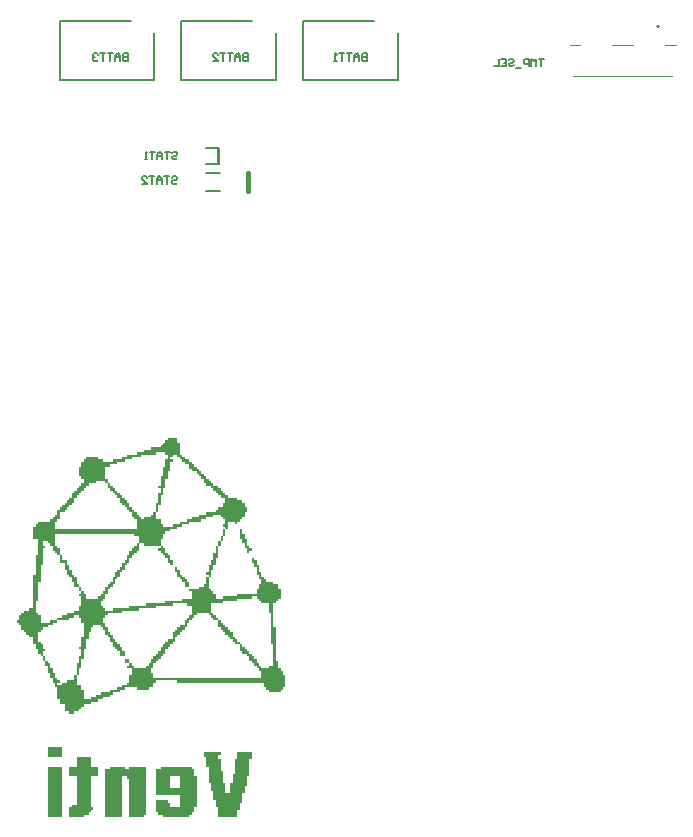
<source format=gbo>
G04*
G04 #@! TF.GenerationSoftware,Altium Limited,Altium Designer,19.1.8 (144)*
G04*
G04 Layer_Color=32896*
%FSTAX44Y44*%
%MOMM*%
G71*
G01*
G75*
%ADD11C,0.2000*%
%ADD12C,0.1270*%
%ADD13R,0.2040X1.3000*%
%ADD115C,0.1000*%
%ADD116C,0.4000*%
G36*
X00158242Y00529082D02*
Y0052705D01*
X00160274D01*
Y00525018D01*
Y00522986D01*
Y00520954D01*
Y00518922D01*
Y0051689D01*
X00162306D01*
Y00514858D01*
X00164338D01*
Y00512826D01*
X00168402D01*
Y00510794D01*
X00170434D01*
Y00508762D01*
X00172466D01*
Y0050673D01*
X00174498D01*
Y00504698D01*
X0017653D01*
Y00502666D01*
X00178562D01*
Y00500634D01*
X00180594D01*
Y00498602D01*
X00182626D01*
Y0049657D01*
X00184658D01*
Y00494538D01*
X0018669D01*
Y00492506D01*
X00188722D01*
Y00490474D01*
X00192786D01*
Y00488442D01*
X00194818D01*
Y0048641D01*
X0019685D01*
Y00484378D01*
X00198882D01*
Y00482346D01*
X00200914D01*
Y00480314D01*
X00209042D01*
Y00478282D01*
X00213106D01*
Y0047625D01*
X00215138D01*
Y00474218D01*
Y00472186D01*
X0021717D01*
Y00470154D01*
Y00468122D01*
X00215138D01*
Y0046609D01*
Y00464058D01*
X00213106D01*
Y00462026D01*
X00211074D01*
Y00459994D01*
X00209042D01*
Y00457962D01*
X0020701D01*
Y00459994D01*
X00200914D01*
Y00457962D01*
Y0045593D01*
Y00453898D01*
X00198882D01*
Y0045593D01*
X0019685D01*
Y00457962D01*
X00198882D01*
Y00459994D01*
Y00462026D01*
X0019685D01*
Y00464058D01*
X00194818D01*
Y0046609D01*
X00188722D01*
Y00464058D01*
X00182626D01*
Y00462026D01*
X00178562D01*
Y00459994D01*
X00168402D01*
Y00457962D01*
X00162306D01*
Y0045593D01*
X00158242D01*
Y00453898D01*
X00152146D01*
Y00451866D01*
X00148082D01*
Y00449834D01*
X0014605D01*
Y00447802D01*
Y0044577D01*
X00144018D01*
Y00443738D01*
Y00441706D01*
Y00439674D01*
X0014605D01*
Y00437642D01*
X00148082D01*
Y0043561D01*
Y00433578D01*
X00150114D01*
Y00431546D01*
X00152146D01*
Y00429514D01*
Y00427482D01*
X00154178D01*
Y0042545D01*
Y00423418D01*
X00152146D01*
Y0042545D01*
X00150114D01*
Y00427482D01*
Y00429514D01*
X00148082D01*
Y00431546D01*
X0014605D01*
Y00433578D01*
X00144018D01*
Y0043561D01*
X00141986D01*
Y00437642D01*
X00144018D01*
Y00439674D01*
X00129794D01*
Y00441706D01*
X0012573D01*
Y00443738D01*
Y0044577D01*
Y00447802D01*
X00121666D01*
Y00449834D01*
X0005461D01*
Y00447802D01*
Y0044577D01*
Y00443738D01*
Y00441706D01*
Y00439674D01*
X00056642D01*
Y00437642D01*
X00058674D01*
Y0043561D01*
Y00433578D01*
Y00431546D01*
X00060706D01*
Y00429514D01*
Y00427482D01*
X0006477D01*
Y0042545D01*
Y00423418D01*
X00066802D01*
Y00421386D01*
Y00419354D01*
X00068834D01*
Y00417322D01*
Y0041529D01*
X00070866D01*
Y00413258D01*
X00072898D01*
Y00411226D01*
Y00409194D01*
Y00407162D01*
X0007493D01*
Y0040513D01*
X00076962D01*
Y00403098D01*
Y00401066D01*
X00078994D01*
Y00399034D01*
X00081026D01*
Y00397002D01*
Y0039497D01*
X00091186D01*
Y00397002D01*
X00093218D01*
Y00399034D01*
X0009525D01*
Y00401066D01*
X00097282D01*
Y00403098D01*
Y0040513D01*
X00099314D01*
Y00407162D01*
X00101346D01*
Y00409194D01*
X00103378D01*
Y00411226D01*
Y00413258D01*
X0010541D01*
Y0041529D01*
Y00417322D01*
X00107442D01*
Y00419354D01*
X00109474D01*
Y00421386D01*
X00111506D01*
Y00423418D01*
Y0042545D01*
X00113538D01*
Y00427482D01*
X0011557D01*
Y00429514D01*
Y00431546D01*
X00117602D01*
Y00433578D01*
Y0043561D01*
X00119634D01*
Y00437642D01*
X00121666D01*
Y00439674D01*
X00123698D01*
Y00441706D01*
X0012573D01*
Y00439674D01*
Y00437642D01*
Y0043561D01*
X00123698D01*
Y00433578D01*
X00121666D01*
Y00431546D01*
X00119634D01*
Y00429514D01*
X00117602D01*
Y00427482D01*
Y0042545D01*
X0011557D01*
Y00423418D01*
X00113538D01*
Y00421386D01*
Y00419354D01*
X00111506D01*
Y00417322D01*
X00109474D01*
Y0041529D01*
Y00413258D01*
X00107442D01*
Y00411226D01*
X0010541D01*
Y00409194D01*
Y00407162D01*
X00103378D01*
Y0040513D01*
X00101346D01*
Y00403098D01*
X00099314D01*
Y00401066D01*
Y00399034D01*
X00097282D01*
Y00397002D01*
Y0039497D01*
X0009525D01*
Y00392938D01*
X00093218D01*
Y00390906D01*
Y00388874D01*
X0009525D01*
Y00386842D01*
X00097282D01*
Y0038481D01*
X00103378D01*
Y00386842D01*
X00117602D01*
Y00388874D01*
X00131826D01*
Y00390906D01*
X00148082D01*
Y00392938D01*
X00162306D01*
Y0039497D01*
X00170434D01*
Y00397002D01*
Y00399034D01*
Y00401066D01*
X00168402D01*
Y00403098D01*
X0017653D01*
Y0040513D01*
X00180594D01*
Y00407162D01*
X00182626D01*
Y00409194D01*
Y00411226D01*
Y00413258D01*
X00184658D01*
Y00411226D01*
Y00409194D01*
Y00407162D01*
Y0040513D01*
Y00403098D01*
X0018669D01*
Y00401066D01*
X00188722D01*
Y00399034D01*
X00190754D01*
Y00397002D01*
Y0039497D01*
X0019685D01*
Y00397002D01*
X00209042D01*
Y00399034D01*
X00225298D01*
Y00401066D01*
Y00403098D01*
X0022733D01*
Y0040513D01*
Y00407162D01*
X00229362D01*
Y00409194D01*
Y00411226D01*
X0022733D01*
Y00413258D01*
Y0041529D01*
X00225298D01*
Y00417322D01*
Y00419354D01*
Y00421386D01*
X00223266D01*
Y00423418D01*
Y0042545D01*
X00221234D01*
Y00427482D01*
Y00429514D01*
X00223266D01*
Y00427482D01*
X00225298D01*
Y0042545D01*
Y00423418D01*
X0022733D01*
Y00421386D01*
Y00419354D01*
Y00417322D01*
X00229362D01*
Y0041529D01*
Y00413258D01*
X00231394D01*
Y00411226D01*
X00233426D01*
Y00409194D01*
X00239522D01*
Y00407162D01*
X00243586D01*
Y0040513D01*
Y00403098D01*
X00245618D01*
Y00401066D01*
Y00399034D01*
Y00397002D01*
Y0039497D01*
X00243586D01*
Y00392938D01*
X00241554D01*
Y00390906D01*
X00239522D01*
Y00388874D01*
Y00386842D01*
Y0038481D01*
Y00382778D01*
Y00380746D01*
Y00378714D01*
Y00376682D01*
Y0037465D01*
Y00372618D01*
Y00370586D01*
X00241554D01*
Y00368554D01*
Y00366522D01*
Y0036449D01*
Y00362458D01*
Y00360426D01*
Y00358394D01*
Y00356362D01*
Y0035433D01*
Y00352298D01*
Y00350266D01*
Y00348234D01*
Y00346202D01*
Y0034417D01*
Y00342138D01*
X00243586D01*
Y00340106D01*
Y00338074D01*
Y00336042D01*
X00245618D01*
Y0033401D01*
X0024765D01*
Y00331978D01*
Y00329946D01*
X00249682D01*
Y00327914D01*
Y00325882D01*
Y0032385D01*
Y00321818D01*
Y00319786D01*
X0024765D01*
Y00317754D01*
X00245618D01*
Y00315722D01*
X00235458D01*
Y00317754D01*
X00233426D01*
Y00319786D01*
X00231394D01*
Y00321818D01*
Y0032385D01*
X00158242D01*
Y00325882D01*
X00139954D01*
Y0032385D01*
X00137922D01*
Y00321818D01*
Y00319786D01*
X00133858D01*
Y00317754D01*
X00123698D01*
Y00319786D01*
X00113538D01*
Y00317754D01*
X00109474D01*
Y00315722D01*
X00103378D01*
Y0031369D01*
X00101346D01*
Y00311658D01*
X0009525D01*
Y00309626D01*
X00091186D01*
Y00307594D01*
X0008509D01*
Y00305562D01*
X00078994D01*
Y0030353D01*
X00076962D01*
Y00301498D01*
X0007493D01*
Y00299466D01*
X00070866D01*
Y00297434D01*
X00066802D01*
Y00299466D01*
X00062738D01*
Y00301498D01*
Y0030353D01*
Y00305562D01*
X00058674D01*
Y00307594D01*
Y00309626D01*
X00056642D01*
Y00311658D01*
Y0031369D01*
Y00315722D01*
Y00317754D01*
Y00319786D01*
X0005461D01*
Y00321818D01*
Y0032385D01*
X00052578D01*
Y00325882D01*
Y00327914D01*
X00050546D01*
Y00329946D01*
Y00331978D01*
X00048514D01*
Y0033401D01*
Y00336042D01*
Y00338074D01*
X00046482D01*
Y00340106D01*
Y00342138D01*
X0004445D01*
Y0034417D01*
Y00346202D01*
X00042418D01*
Y00348234D01*
X00040386D01*
Y00350266D01*
Y00352298D01*
X00038354D01*
Y0035433D01*
Y00356362D01*
X00036322D01*
Y00358394D01*
Y00360426D01*
Y00362458D01*
X00032258D01*
Y0036449D01*
X00030226D01*
Y00366522D01*
X00028194D01*
Y00368554D01*
X00026162D01*
Y00370586D01*
Y00372618D01*
X0002413D01*
Y0037465D01*
X00022098D01*
Y00376682D01*
X0002413D01*
Y00378714D01*
Y00380746D01*
X00026162D01*
Y00382778D01*
X00028194D01*
Y0038481D01*
X00032258D01*
Y00386842D01*
X00036322D01*
Y00388874D01*
Y00390906D01*
Y00392938D01*
Y0039497D01*
Y00397002D01*
Y00399034D01*
Y00401066D01*
Y00403098D01*
Y0040513D01*
Y00407162D01*
Y00409194D01*
Y00411226D01*
Y00413258D01*
Y0041529D01*
X00038354D01*
Y00417322D01*
Y00419354D01*
Y00421386D01*
Y00423418D01*
Y0042545D01*
Y00427482D01*
Y00429514D01*
Y00431546D01*
X00040386D01*
Y00433578D01*
Y0043561D01*
Y00437642D01*
Y00439674D01*
Y00441706D01*
Y00443738D01*
Y0044577D01*
X00036322D01*
Y00447802D01*
Y00449834D01*
Y00451866D01*
Y00453898D01*
Y0045593D01*
X00038354D01*
Y00457962D01*
X00040386D01*
Y00459994D01*
X00050546D01*
Y00462026D01*
X00052578D01*
Y00464058D01*
X0005461D01*
Y0046609D01*
X00056642D01*
Y00468122D01*
Y00470154D01*
X00058674D01*
Y00472186D01*
X00060706D01*
Y00474218D01*
X00062738D01*
Y0047625D01*
X0006477D01*
Y00478282D01*
X00066802D01*
Y00480314D01*
X00068834D01*
Y00482346D01*
Y00484378D01*
X00070866D01*
Y0048641D01*
X00072898D01*
Y00488442D01*
X0007493D01*
Y00490474D01*
X00076962D01*
Y00492506D01*
X00078994D01*
Y00494538D01*
Y0049657D01*
X00076962D01*
Y00498602D01*
X0007493D01*
Y00500634D01*
Y00502666D01*
Y00504698D01*
Y0050673D01*
X00076962D01*
Y00508762D01*
Y00510794D01*
X00078994D01*
Y00512826D01*
X00081026D01*
Y00514858D01*
X00091186D01*
Y00512826D01*
X0009525D01*
Y00510794D01*
X00103378D01*
Y00512826D01*
X00111506D01*
Y00514858D01*
X0011557D01*
Y0051689D01*
X00123698D01*
Y00518922D01*
X00129794D01*
Y00520954D01*
X0013589D01*
Y00522986D01*
X00144018D01*
Y00525018D01*
X0014605D01*
Y0052705D01*
X00148082D01*
Y00529082D01*
X00150114D01*
Y00531114D01*
X00158242D01*
Y00529082D01*
D02*
G37*
G36*
X00198882Y00451866D02*
Y00449834D01*
Y00447802D01*
X0019685D01*
Y00449834D01*
Y00451866D01*
Y00453898D01*
X00198882D01*
Y00451866D01*
D02*
G37*
G36*
X0019685Y0044577D02*
Y00443738D01*
X00194818D01*
Y0044577D01*
Y00447802D01*
X0019685D01*
Y0044577D01*
D02*
G37*
G36*
X00194818Y00441706D02*
Y00439674D01*
X00192786D01*
Y00441706D01*
Y00443738D01*
X00194818D01*
Y00441706D01*
D02*
G37*
G36*
X00213106Y00451866D02*
Y00449834D01*
X00215138D01*
Y00447802D01*
Y0044577D01*
X0021717D01*
Y00443738D01*
Y00441706D01*
Y00439674D01*
X00219202D01*
Y00437642D01*
X00221234D01*
Y0043561D01*
X00219202D01*
Y00433578D01*
X0021717D01*
Y0043561D01*
Y00437642D01*
X00215138D01*
Y00439674D01*
Y00441706D01*
X00213106D01*
Y00443738D01*
Y0044577D01*
X00211074D01*
Y00447802D01*
Y00449834D01*
Y00451866D01*
Y00453898D01*
X00213106D01*
Y00451866D01*
D02*
G37*
G36*
X00192786Y00437642D02*
Y0043561D01*
Y00433578D01*
Y00431546D01*
Y00429514D01*
X00190754D01*
Y00427482D01*
Y0042545D01*
Y00423418D01*
X00188722D01*
Y00421386D01*
Y00419354D01*
X0018669D01*
Y00417322D01*
Y0041529D01*
Y00413258D01*
X00184658D01*
Y0041529D01*
X00182626D01*
Y00417322D01*
X00184658D01*
Y00419354D01*
Y00421386D01*
Y00423418D01*
X0018669D01*
Y0042545D01*
Y00427482D01*
X00188722D01*
Y00429514D01*
Y00431546D01*
Y00433578D01*
X00190754D01*
Y0043561D01*
Y00437642D01*
Y00439674D01*
X00192786D01*
Y00437642D01*
D02*
G37*
G36*
X00158242Y00419354D02*
X00160274D01*
Y00417322D01*
Y0041529D01*
X00162306D01*
Y00413258D01*
X00164338D01*
Y00411226D01*
X0016637D01*
Y00409194D01*
X00168402D01*
Y00407162D01*
Y0040513D01*
X00164338D01*
Y00407162D01*
Y00409194D01*
X00162306D01*
Y00411226D01*
X00160274D01*
Y00413258D01*
X00158242D01*
Y0041529D01*
Y00417322D01*
X0015621D01*
Y00419354D01*
Y00421386D01*
X00158242D01*
Y00419354D01*
D02*
G37*
G36*
X00060706Y00266954D02*
Y00264922D01*
Y0026289D01*
Y00260858D01*
X00048514D01*
Y0026289D01*
Y00264922D01*
Y00266954D01*
Y00268986D01*
X00060706D01*
Y00266954D01*
D02*
G37*
G36*
X00131826Y00250698D02*
Y00248666D01*
Y00246634D01*
Y00244602D01*
Y0024257D01*
Y00240538D01*
Y00238506D01*
Y00236474D01*
Y00234442D01*
Y0023241D01*
Y00230378D01*
Y00228346D01*
Y00226314D01*
Y00224282D01*
Y0022225D01*
Y00220218D01*
Y00218186D01*
Y00216154D01*
Y00214122D01*
Y0021209D01*
X00129794D01*
Y00210058D01*
X00117602D01*
Y0021209D01*
Y00214122D01*
Y00216154D01*
Y00218186D01*
Y00220218D01*
Y0022225D01*
Y00224282D01*
Y00226314D01*
Y00228346D01*
Y00230378D01*
Y0023241D01*
Y00234442D01*
Y00236474D01*
Y00238506D01*
Y00240538D01*
Y0024257D01*
X0011557D01*
Y00244602D01*
X00111506D01*
Y0024257D01*
Y00240538D01*
Y00238506D01*
Y00236474D01*
Y00234442D01*
Y0023241D01*
Y00230378D01*
Y00228346D01*
Y00226314D01*
Y00224282D01*
Y0022225D01*
Y00220218D01*
Y00218186D01*
Y00216154D01*
Y00214122D01*
Y0021209D01*
Y00210058D01*
X00097282D01*
Y0021209D01*
Y00214122D01*
Y00216154D01*
Y00218186D01*
Y00220218D01*
Y0022225D01*
Y00224282D01*
Y00226314D01*
Y00228346D01*
Y00230378D01*
Y0023241D01*
Y00234442D01*
Y00236474D01*
Y00238506D01*
Y00240538D01*
Y0024257D01*
Y00244602D01*
Y00246634D01*
Y00248666D01*
Y00250698D01*
X00101346D01*
Y0025273D01*
X00113538D01*
Y00250698D01*
X00117602D01*
Y0025273D01*
X00131826D01*
Y00250698D01*
D02*
G37*
G36*
X00221234Y0026289D02*
Y00260858D01*
Y00258826D01*
X00219202D01*
Y00256794D01*
Y00254762D01*
Y0025273D01*
Y00250698D01*
Y00248666D01*
Y00246634D01*
Y00244602D01*
X0021717D01*
Y0024257D01*
Y00240538D01*
Y00238506D01*
Y00236474D01*
X00215138D01*
Y00234442D01*
Y0023241D01*
Y00230378D01*
X00213106D01*
Y00228346D01*
Y00226314D01*
Y00224282D01*
Y0022225D01*
X00211074D01*
Y00220218D01*
Y00218186D01*
Y00216154D01*
X00209042D01*
Y00214122D01*
Y0021209D01*
Y00210058D01*
X00192786D01*
Y0021209D01*
Y00214122D01*
Y00216154D01*
Y00218186D01*
X00190754D01*
Y00220218D01*
Y0022225D01*
Y00224282D01*
X00188722D01*
Y00226314D01*
Y00228346D01*
Y00230378D01*
Y0023241D01*
X0018669D01*
Y00234442D01*
Y00236474D01*
Y00238506D01*
X00184658D01*
Y00240538D01*
Y0024257D01*
Y00244602D01*
Y00246634D01*
Y00248666D01*
Y00250698D01*
Y0025273D01*
X00182626D01*
Y00254762D01*
Y00256794D01*
Y00258826D01*
Y00260858D01*
X00180594D01*
Y0026289D01*
Y00264922D01*
X00194818D01*
Y0026289D01*
X00192786D01*
Y00260858D01*
Y00258826D01*
X00194818D01*
Y00256794D01*
Y00254762D01*
Y0025273D01*
Y00250698D01*
Y00248666D01*
X0019685D01*
Y00246634D01*
Y00244602D01*
Y0024257D01*
Y00240538D01*
Y00238506D01*
X00198882D01*
Y00236474D01*
Y00234442D01*
Y0023241D01*
Y00230378D01*
X00202946D01*
Y0023241D01*
Y00234442D01*
Y00236474D01*
Y00238506D01*
X00204978D01*
Y00240538D01*
Y0024257D01*
Y00244602D01*
Y00246634D01*
X0020701D01*
Y00248666D01*
Y00250698D01*
Y0025273D01*
Y00254762D01*
Y00256794D01*
Y00258826D01*
X00209042D01*
Y00260858D01*
Y0026289D01*
Y00264922D01*
X00221234D01*
Y0026289D01*
D02*
G37*
G36*
X00170434Y00250698D02*
X00172466D01*
Y00248666D01*
Y00246634D01*
Y00244602D01*
X00174498D01*
Y0024257D01*
Y00240538D01*
Y00238506D01*
Y00236474D01*
Y00234442D01*
Y0023241D01*
Y00230378D01*
Y00228346D01*
Y00226314D01*
Y00224282D01*
Y0022225D01*
Y00220218D01*
Y00218186D01*
X00172466D01*
Y00216154D01*
Y00214122D01*
X00170434D01*
Y0021209D01*
X00168402D01*
Y00210058D01*
X0014605D01*
Y0021209D01*
X00141986D01*
Y00214122D01*
X00139954D01*
Y00216154D01*
Y00218186D01*
Y00220218D01*
Y0022225D01*
Y00224282D01*
X00150114D01*
Y0022225D01*
X00152146D01*
Y00220218D01*
Y00218186D01*
X00160274D01*
Y00220218D01*
Y0022225D01*
Y00224282D01*
Y00226314D01*
Y00228346D01*
X00139954D01*
Y00230378D01*
Y0023241D01*
Y00234442D01*
Y00236474D01*
Y00238506D01*
Y00240538D01*
Y0024257D01*
Y00244602D01*
Y00246634D01*
Y00248666D01*
Y00250698D01*
X00144018D01*
Y0025273D01*
X00170434D01*
Y00250698D01*
D02*
G37*
G36*
X0008509Y00258826D02*
Y00256794D01*
Y00254762D01*
Y0025273D01*
X00091186D01*
Y00250698D01*
Y00248666D01*
Y00246634D01*
Y00244602D01*
X0008509D01*
Y0024257D01*
Y00240538D01*
Y00238506D01*
Y00236474D01*
Y00234442D01*
Y0023241D01*
Y00230378D01*
Y00228346D01*
Y00226314D01*
Y00224282D01*
Y0022225D01*
Y00220218D01*
Y00218186D01*
X00087122D01*
Y00216154D01*
X0008509D01*
Y00214122D01*
X00083058D01*
Y0021209D01*
X00078994D01*
Y00210058D01*
X00066802D01*
Y0021209D01*
Y00214122D01*
Y00216154D01*
Y00218186D01*
X00068834D01*
Y00220218D01*
X00072898D01*
Y0022225D01*
Y00224282D01*
Y00226314D01*
Y00228346D01*
Y00230378D01*
Y0023241D01*
Y00234442D01*
Y00236474D01*
Y00238506D01*
Y00240538D01*
Y0024257D01*
Y00244602D01*
X00066802D01*
Y00246634D01*
Y00248666D01*
Y00250698D01*
Y0025273D01*
X00072898D01*
Y00254762D01*
Y00256794D01*
Y00258826D01*
Y00260858D01*
X0008509D01*
Y00258826D01*
D02*
G37*
G36*
X00060706Y00250698D02*
Y00248666D01*
Y00246634D01*
Y00244602D01*
Y0024257D01*
Y00240538D01*
Y00238506D01*
Y00236474D01*
Y00234442D01*
Y0023241D01*
Y00230378D01*
Y00228346D01*
Y00226314D01*
Y00224282D01*
Y0022225D01*
Y00220218D01*
Y00218186D01*
Y00216154D01*
Y00214122D01*
Y0021209D01*
Y00210058D01*
X00048514D01*
Y0021209D01*
Y00214122D01*
Y00216154D01*
Y00218186D01*
Y00220218D01*
Y0022225D01*
Y00224282D01*
Y00226314D01*
Y00228346D01*
Y00230378D01*
Y0023241D01*
Y00234442D01*
Y00236474D01*
Y00238506D01*
Y00240538D01*
Y0024257D01*
Y00244602D01*
Y00246634D01*
Y00248666D01*
Y00250698D01*
Y0025273D01*
X00060706D01*
Y00250698D01*
D02*
G37*
%LPC*%
G36*
X00148082Y00518922D02*
X00139954D01*
Y0051689D01*
X00127762D01*
Y00514858D01*
X00119634D01*
Y00512826D01*
X00113538D01*
Y00510794D01*
X00107442D01*
Y00508762D01*
X00101346D01*
Y0050673D01*
X00097282D01*
Y00504698D01*
Y00502666D01*
Y00500634D01*
Y00498602D01*
Y0049657D01*
X00099314D01*
Y00494538D01*
Y00492506D01*
X00101346D01*
Y00490474D01*
X00103378D01*
Y00488442D01*
X0010541D01*
Y0048641D01*
X00107442D01*
Y00484378D01*
X00109474D01*
Y00482346D01*
X00111506D01*
Y00480314D01*
X00113538D01*
Y00478282D01*
X0011557D01*
Y0047625D01*
X00117602D01*
Y00474218D01*
Y00472186D01*
X00119634D01*
Y00470154D01*
X00121666D01*
Y00468122D01*
X00123698D01*
Y0046609D01*
X0012573D01*
Y00464058D01*
X00127762D01*
Y00462026D01*
X00129794D01*
Y00464058D01*
X0013589D01*
Y0046609D01*
X00137922D01*
Y00468122D01*
X00139954D01*
Y0046609D01*
Y00464058D01*
Y00462026D01*
X00144018D01*
Y00459994D01*
Y00457962D01*
X0014605D01*
Y0045593D01*
X00154178D01*
Y00457962D01*
X00160274D01*
Y00459994D01*
X0016637D01*
Y00462026D01*
X00170434D01*
Y00464058D01*
X0017653D01*
Y0046609D01*
X00182626D01*
Y00468122D01*
X00190754D01*
Y00470154D01*
X00192786D01*
Y00472186D01*
X0019685D01*
Y00474218D01*
Y0047625D01*
X00198882D01*
Y00478282D01*
Y00480314D01*
X00194818D01*
Y00482346D01*
X00192786D01*
Y00484378D01*
X00190754D01*
Y0048641D01*
X00188722D01*
Y00488442D01*
X0018669D01*
Y00490474D01*
X00182626D01*
Y00492506D01*
X00180594D01*
Y00494538D01*
Y0049657D01*
X00178562D01*
Y00498602D01*
X0017653D01*
Y00500634D01*
X00174498D01*
Y00502666D01*
X00170434D01*
Y00504698D01*
X00168402D01*
Y0050673D01*
Y00508762D01*
X00164338D01*
Y00510794D01*
X00162306D01*
Y00512826D01*
X00160274D01*
Y00514858D01*
X00158242D01*
Y0051689D01*
X00154178D01*
Y00514858D01*
X00152146D01*
Y00512826D01*
X00154178D01*
Y00510794D01*
X00152146D01*
Y00508762D01*
Y0050673D01*
Y00504698D01*
Y00502666D01*
X00150114D01*
Y00500634D01*
Y00498602D01*
Y0049657D01*
X00148082D01*
Y00494538D01*
Y00492506D01*
Y00490474D01*
Y00488442D01*
X0014605D01*
Y0048641D01*
Y00484378D01*
Y00482346D01*
X00144018D01*
Y00480314D01*
Y00478282D01*
Y0047625D01*
Y00474218D01*
X00141986D01*
Y00472186D01*
Y00470154D01*
Y00468122D01*
X00139954D01*
Y00470154D01*
Y00472186D01*
Y00474218D01*
Y0047625D01*
X00141986D01*
Y00478282D01*
Y00480314D01*
Y00482346D01*
Y00484378D01*
X00144018D01*
Y0048641D01*
Y00488442D01*
X00141986D01*
Y00490474D01*
X00144018D01*
Y00492506D01*
Y00494538D01*
Y0049657D01*
Y00498602D01*
X0014605D01*
Y00500634D01*
Y00502666D01*
Y00504698D01*
Y0050673D01*
X00148082D01*
Y00508762D01*
Y00510794D01*
Y00512826D01*
X00150114D01*
Y00514858D01*
Y0051689D01*
X00148082D01*
Y00518922D01*
D02*
G37*
G36*
X00097282Y00494538D02*
X00089154D01*
Y00492506D01*
X00083058D01*
Y00490474D01*
X00081026D01*
Y00488442D01*
X00078994D01*
Y0048641D01*
X00076962D01*
Y00484378D01*
X0007493D01*
Y00482346D01*
X00072898D01*
Y00480314D01*
X00070866D01*
Y00478282D01*
Y0047625D01*
X00068834D01*
Y00474218D01*
X00066802D01*
Y00472186D01*
X0006477D01*
Y00470154D01*
X00062738D01*
Y00468122D01*
X00058674D01*
Y0046609D01*
Y00464058D01*
Y00462026D01*
X00056642D01*
Y00459994D01*
X0005461D01*
Y00457962D01*
Y0045593D01*
Y00453898D01*
X00123698D01*
Y0045593D01*
Y00457962D01*
Y00459994D01*
Y00462026D01*
X00121666D01*
Y00464058D01*
X00119634D01*
Y0046609D01*
Y00468122D01*
X00117602D01*
Y00470154D01*
X0011557D01*
Y00472186D01*
X00113538D01*
Y00474218D01*
X00111506D01*
Y0047625D01*
X00109474D01*
Y00478282D01*
Y00480314D01*
X00107442D01*
Y00482346D01*
X0010541D01*
Y00484378D01*
X00103378D01*
Y0048641D01*
X00101346D01*
Y00488442D01*
X00099314D01*
Y00490474D01*
Y00492506D01*
X00097282D01*
Y00494538D01*
D02*
G37*
G36*
X00225298Y00397002D02*
X00221234D01*
Y0039497D01*
X00209042D01*
Y00392938D01*
X0019685D01*
Y00390906D01*
X0018669D01*
Y00388874D01*
Y00386842D01*
Y0038481D01*
Y00382778D01*
X00188722D01*
Y00380746D01*
X00190754D01*
Y00378714D01*
X00192786D01*
Y00376682D01*
X00194818D01*
Y0037465D01*
X0019685D01*
Y00372618D01*
X00198882D01*
Y00370586D01*
X00200914D01*
Y00368554D01*
X00202946D01*
Y00366522D01*
X00204978D01*
Y0036449D01*
Y00362458D01*
X0020701D01*
Y00360426D01*
X00209042D01*
Y00358394D01*
X00211074D01*
Y00356362D01*
X00213106D01*
Y0035433D01*
X00215138D01*
Y00352298D01*
X0021717D01*
Y00350266D01*
X00219202D01*
Y00348234D01*
X00221234D01*
Y00346202D01*
X00223266D01*
Y0034417D01*
X00225298D01*
Y00342138D01*
Y00340106D01*
X0022733D01*
Y00338074D01*
X00229362D01*
Y00336042D01*
X00235458D01*
Y00338074D01*
X00239522D01*
Y00340106D01*
Y00342138D01*
Y0034417D01*
Y00346202D01*
Y00348234D01*
Y00350266D01*
Y00352298D01*
Y0035433D01*
Y00356362D01*
X0023749D01*
Y00358394D01*
Y00360426D01*
Y00362458D01*
Y0036449D01*
Y00366522D01*
Y00368554D01*
Y00370586D01*
Y00372618D01*
Y0037465D01*
Y00376682D01*
Y00378714D01*
Y00380746D01*
Y00382778D01*
X00235458D01*
Y0038481D01*
Y00386842D01*
Y00388874D01*
Y00390906D01*
X00229362D01*
Y00392938D01*
X0022733D01*
Y0039497D01*
X00225298D01*
Y00397002D01*
D02*
G37*
G36*
X00048514Y00443738D02*
X0004445D01*
Y00441706D01*
Y00439674D01*
X00046482D01*
Y00437642D01*
X0004445D01*
Y0043561D01*
Y00433578D01*
Y00431546D01*
Y00429514D01*
Y00427482D01*
Y0042545D01*
Y00423418D01*
X00042418D01*
Y00421386D01*
Y00419354D01*
Y00417322D01*
Y0041529D01*
Y00413258D01*
Y00411226D01*
Y00409194D01*
X00040386D01*
Y00407162D01*
Y0040513D01*
Y00403098D01*
Y00401066D01*
Y00399034D01*
Y00397002D01*
Y0039497D01*
Y00392938D01*
X00038354D01*
Y00390906D01*
Y00388874D01*
Y00386842D01*
Y0038481D01*
Y00382778D01*
X00040386D01*
Y00380746D01*
X00042418D01*
Y00378714D01*
Y00376682D01*
Y0037465D01*
X00050546D01*
Y00376682D01*
X00056642D01*
Y0037465D01*
X00052578D01*
Y00372618D01*
X00048514D01*
Y00370586D01*
X0004445D01*
Y00368554D01*
X00042418D01*
Y00366522D01*
X00040386D01*
Y0036449D01*
Y00362458D01*
Y00360426D01*
Y00358394D01*
X00042418D01*
Y00356362D01*
X0004445D01*
Y0035433D01*
Y00352298D01*
X00046482D01*
Y00350266D01*
X0004445D01*
Y00348234D01*
Y00346202D01*
X00046482D01*
Y0034417D01*
Y00342138D01*
X00048514D01*
Y00340106D01*
X00050546D01*
Y00338074D01*
Y00336042D01*
X00052578D01*
Y0033401D01*
Y00331978D01*
X0005461D01*
Y00329946D01*
Y00327914D01*
X00056642D01*
Y00325882D01*
X00058674D01*
Y0032385D01*
X00056642D01*
Y00321818D01*
X00060706D01*
Y0032385D01*
X0006477D01*
Y00325882D01*
X00070866D01*
Y00327914D01*
Y00329946D01*
X00072898D01*
Y00327914D01*
Y00325882D01*
Y0032385D01*
Y00321818D01*
X00076962D01*
Y00319786D01*
Y00317754D01*
X00078994D01*
Y00315722D01*
Y0031369D01*
Y00311658D01*
Y00309626D01*
X0008509D01*
Y00311658D01*
X00089154D01*
Y0031369D01*
X00093218D01*
Y00315722D01*
X00101346D01*
Y00317754D01*
X00107442D01*
Y00319786D01*
X00111506D01*
Y00321818D01*
X0011557D01*
Y0032385D01*
X00117602D01*
Y00325882D01*
Y00327914D01*
Y00329946D01*
X00119634D01*
Y00331978D01*
Y0033401D01*
Y00336042D01*
X0011557D01*
Y00338074D01*
X00117602D01*
Y00340106D01*
X00113538D01*
Y00342138D01*
Y0034417D01*
X00117602D01*
Y00342138D01*
Y00340106D01*
X00119634D01*
Y00338074D01*
X00121666D01*
Y00336042D01*
X00131826D01*
Y00338074D01*
X00133858D01*
Y00340106D01*
X0013589D01*
Y00342138D01*
Y0034417D01*
X00137922D01*
Y00346202D01*
X00139954D01*
Y00348234D01*
X00141986D01*
Y00350266D01*
X00144018D01*
Y00352298D01*
Y0035433D01*
X0014605D01*
Y00356362D01*
X00148082D01*
Y00358394D01*
X00150114D01*
Y00360426D01*
X00154178D01*
Y00362458D01*
Y0036449D01*
Y00366522D01*
X0015621D01*
Y00368554D01*
X00158242D01*
Y00370586D01*
X00160274D01*
Y00372618D01*
X00164338D01*
Y0037465D01*
Y00376682D01*
X0016637D01*
Y00378714D01*
X00168402D01*
Y00380746D01*
X00170434D01*
Y00382778D01*
Y0038481D01*
Y00386842D01*
Y00388874D01*
X0016637D01*
Y00390906D01*
X00154178D01*
Y00388874D01*
X00139954D01*
Y00386842D01*
X0012573D01*
Y0038481D01*
X00111506D01*
Y00382778D01*
X00099314D01*
Y00380746D01*
X00097282D01*
Y00378714D01*
X0009525D01*
Y00376682D01*
Y0037465D01*
X00097282D01*
Y00372618D01*
Y00370586D01*
X00099314D01*
Y00368554D01*
Y00366522D01*
X00101346D01*
Y0036449D01*
X00103378D01*
Y00362458D01*
Y00360426D01*
X0010541D01*
Y00358394D01*
X00107442D01*
Y00356362D01*
X00109474D01*
Y0035433D01*
X00111506D01*
Y00352298D01*
Y00350266D01*
X00113538D01*
Y00348234D01*
Y00346202D01*
X00109474D01*
Y00348234D01*
Y00350266D01*
X00107442D01*
Y00352298D01*
X0010541D01*
Y0035433D01*
X00103378D01*
Y00356362D01*
Y00358394D01*
X00101346D01*
Y00360426D01*
Y00362458D01*
X00099314D01*
Y0036449D01*
X00097282D01*
Y00366522D01*
Y00368554D01*
X0009525D01*
Y00370586D01*
X00093218D01*
Y00372618D01*
X00087122D01*
Y00370586D01*
X0008509D01*
Y00368554D01*
Y00366522D01*
X00083058D01*
Y0036449D01*
Y00362458D01*
Y00360426D01*
X00081026D01*
Y00358394D01*
Y00356362D01*
Y0035433D01*
Y00352298D01*
X00078994D01*
Y00350266D01*
Y00348234D01*
Y00346202D01*
Y0034417D01*
X00076962D01*
Y00342138D01*
Y00340106D01*
Y00338074D01*
Y00336042D01*
X0007493D01*
Y0033401D01*
Y00331978D01*
Y00329946D01*
X00072898D01*
Y00331978D01*
Y0033401D01*
Y00336042D01*
Y00338074D01*
Y00340106D01*
X0007493D01*
Y00342138D01*
Y0034417D01*
Y00346202D01*
X00076962D01*
Y00348234D01*
Y00350266D01*
Y00352298D01*
X0007493D01*
Y0035433D01*
X00076962D01*
Y00356362D01*
Y00358394D01*
Y00360426D01*
Y00362458D01*
X00078994D01*
Y0036449D01*
Y00366522D01*
Y00368554D01*
Y00370586D01*
Y00372618D01*
Y0037465D01*
X00076962D01*
Y00376682D01*
Y00378714D01*
X0007493D01*
Y00380746D01*
X00070866D01*
Y00378714D01*
X00066802D01*
Y00376682D01*
X00056642D01*
Y00378714D01*
X00060706D01*
Y00380746D01*
X0006477D01*
Y00382778D01*
X00070866D01*
Y0038481D01*
X0007493D01*
Y00386842D01*
Y00388874D01*
X00076962D01*
Y00390906D01*
Y00392938D01*
Y0039497D01*
Y00397002D01*
X0007493D01*
Y00399034D01*
X00076962D01*
Y00401066D01*
X0007493D01*
Y00403098D01*
Y0040513D01*
X00070866D01*
Y00407162D01*
Y00409194D01*
X00068834D01*
Y00411226D01*
Y00413258D01*
X00066802D01*
Y0041529D01*
X0006477D01*
Y00417322D01*
Y00419354D01*
X00062738D01*
Y00421386D01*
Y00423418D01*
Y0042545D01*
X00058674D01*
Y00427482D01*
Y00429514D01*
Y00431546D01*
X00056642D01*
Y00433578D01*
X0005461D01*
Y0043561D01*
X00052578D01*
Y00437642D01*
Y00439674D01*
X00050546D01*
Y00441706D01*
X00048514D01*
Y00443738D01*
D02*
G37*
G36*
X00184658Y00382778D02*
X00174498D01*
Y00380746D01*
X00172466D01*
Y00378714D01*
X00170434D01*
Y00376682D01*
X00168402D01*
Y0037465D01*
X0016637D01*
Y00372618D01*
Y00370586D01*
X00164338D01*
Y00368554D01*
X00162306D01*
Y00366522D01*
X00160274D01*
Y0036449D01*
X00158242D01*
Y00362458D01*
X0015621D01*
Y00360426D01*
Y00358394D01*
X00154178D01*
Y00356362D01*
X00152146D01*
Y0035433D01*
X00150114D01*
Y00352298D01*
X00148082D01*
Y00350266D01*
Y00348234D01*
X0014605D01*
Y00346202D01*
X00144018D01*
Y0034417D01*
X00141986D01*
Y00342138D01*
X00139954D01*
Y00340106D01*
X00137922D01*
Y00338074D01*
Y00336042D01*
X0013589D01*
Y0033401D01*
Y00331978D01*
X00137922D01*
Y00329946D01*
Y00327914D01*
X00229362D01*
Y00329946D01*
Y00331978D01*
Y0033401D01*
X0022733D01*
Y00336042D01*
X00225298D01*
Y00338074D01*
X00223266D01*
Y00340106D01*
X00221234D01*
Y00342138D01*
X00219202D01*
Y0034417D01*
Y00346202D01*
X0021717D01*
Y00348234D01*
X00213106D01*
Y00350266D01*
X00211074D01*
Y00352298D01*
Y0035433D01*
Y00356362D01*
X0020701D01*
Y00358394D01*
X00204978D01*
Y00360426D01*
X00202946D01*
Y00362458D01*
X00200914D01*
Y0036449D01*
X00198882D01*
Y00366522D01*
X0019685D01*
Y00368554D01*
X00194818D01*
Y00370586D01*
X00192786D01*
Y00372618D01*
Y0037465D01*
Y00376682D01*
X00188722D01*
Y00378714D01*
X0018669D01*
Y00380746D01*
X00184658D01*
Y00382778D01*
D02*
G37*
G36*
X00160274Y00244602D02*
X00152146D01*
Y0024257D01*
Y00240538D01*
Y00238506D01*
Y00236474D01*
Y00234442D01*
X00160274D01*
Y00236474D01*
Y00238506D01*
Y00240538D01*
Y0024257D01*
Y00244602D01*
D02*
G37*
%LPD*%
D11*
X00564324Y00879392D02*
G03*
X00566324Y00879392I00001J0D01*
G01*
D02*
G03*
X00564324Y00879392I-00001J0D01*
G01*
X0016177Y0088376D02*
X0022177D01*
X0016177Y0083376D02*
Y0088376D01*
Y0083376D02*
X0024177D01*
Y0087376D01*
X002648Y0088376D02*
X003248D01*
X002648Y0083376D02*
Y0088376D01*
Y0083376D02*
X003448D01*
Y0087376D01*
X0005874Y0088376D02*
X0011874D01*
X0005874Y0083376D02*
Y0088376D01*
Y0083376D02*
X0013874D01*
Y0087376D01*
X00182185Y00739775D02*
X00194245D01*
X00182185Y00755775D02*
X00194245D01*
X00193722Y0076312D02*
Y0077612D01*
X00182722Y0076312D02*
X00193722D01*
X00182722Y0077612D02*
X00193722D01*
D12*
X00468454Y00852063D02*
X00464222D01*
X00466338D01*
Y00845715D01*
X00462106D02*
Y00852063D01*
X0045999Y00849947D01*
X00457874Y00852063D01*
Y00845715D01*
X00455758D02*
Y00852063D01*
X00452584D01*
X00451526Y00851005D01*
Y00848889D01*
X00452584Y00847831D01*
X00455758D01*
X0044941Y00844657D02*
X00445178D01*
X0043883Y00851005D02*
X00439888Y00852063D01*
X00442004D01*
X00443062Y00851005D01*
Y00849947D01*
X00442004Y00848889D01*
X00439888D01*
X0043883Y00847831D01*
Y00846773D01*
X00439888Y00845715D01*
X00442004D01*
X00443062Y00846773D01*
X00432482Y00852063D02*
X00436714D01*
Y00845715D01*
X00432482D01*
X00436714Y00848889D02*
X00434598D01*
X00430366Y00852063D02*
Y00845715D01*
X00426134D01*
X00153557Y00751415D02*
X00154615Y00752473D01*
X00156731D01*
X00157789Y00751415D01*
Y00750357D01*
X00156731Y00749299D01*
X00154615D01*
X00153557Y00748241D01*
Y00747183D01*
X00154615Y00746125D01*
X00156731D01*
X00157789Y00747183D01*
X00151441Y00752473D02*
X00147209D01*
X00149325D01*
Y00746125D01*
X00145093D02*
Y00750357D01*
X00142977Y00752473D01*
X00140861Y00750357D01*
Y00746125D01*
Y00749299D01*
X00145093D01*
X00138745Y00752473D02*
X00134513D01*
X00136629D01*
Y00746125D01*
X00128165D02*
X00132397D01*
X00128165Y00750357D01*
Y00751415D01*
X00129223Y00752473D01*
X00131339D01*
X00132397Y00751415D01*
X00153794Y00772244D02*
X00154852Y00773302D01*
X00156968D01*
X00158026Y00772244D01*
Y00771186D01*
X00156968Y00770128D01*
X00154852D01*
X00153794Y0076907D01*
Y00768012D01*
X00154852Y00766954D01*
X00156968D01*
X00158026Y00768012D01*
X00151678Y00773302D02*
X00147446D01*
X00149562D01*
Y00766954D01*
X0014533D02*
Y00771186D01*
X00143214Y00773302D01*
X00141098Y00771186D01*
Y00766954D01*
Y00770128D01*
X0014533D01*
X00138982Y00773302D02*
X0013475D01*
X00136866D01*
Y00766954D01*
X00132634D02*
X00130518D01*
X00131576D01*
Y00773302D01*
X00132634Y00772244D01*
X00116412Y00856614D02*
Y00850266D01*
X00113238D01*
X0011218Y00851324D01*
Y00852382D01*
X00113238Y0085344D01*
X00116412D01*
X00113238D01*
X0011218Y00854498D01*
Y00855556D01*
X00113238Y00856614D01*
X00116412D01*
X00110064Y00850266D02*
Y00854498D01*
X00107948Y00856614D01*
X00105832Y00854498D01*
Y00850266D01*
Y0085344D01*
X00110064D01*
X00103716Y00856614D02*
X00099484D01*
X001016D01*
Y00850266D01*
X00097368Y00856614D02*
X00093136D01*
X00095252D01*
Y00850266D01*
X0009102Y00855556D02*
X00089962Y00856614D01*
X00087846D01*
X00086788Y00855556D01*
Y00854498D01*
X00087846Y0085344D01*
X00088904D01*
X00087846D01*
X00086788Y00852382D01*
Y00851324D01*
X00087846Y00850266D01*
X00089962D01*
X0009102Y00851324D01*
X00218012Y00856614D02*
Y00850266D01*
X00214838D01*
X0021378Y00851324D01*
Y00852382D01*
X00214838Y0085344D01*
X00218012D01*
X00214838D01*
X0021378Y00854498D01*
Y00855556D01*
X00214838Y00856614D01*
X00218012D01*
X00211664Y00850266D02*
Y00854498D01*
X00209548Y00856614D01*
X00207432Y00854498D01*
Y00850266D01*
Y0085344D01*
X00211664D01*
X00205316Y00856614D02*
X00201084D01*
X002032D01*
Y00850266D01*
X00198968Y00856614D02*
X00194736D01*
X00196852D01*
Y00850266D01*
X00188388D02*
X0019262D01*
X00188388Y00854498D01*
Y00855556D01*
X00189446Y00856614D01*
X00191562D01*
X0019262Y00855556D01*
X00318554Y00856614D02*
Y00850266D01*
X0031538D01*
X00314322Y00851324D01*
Y00852382D01*
X0031538Y0085344D01*
X00318554D01*
X0031538D01*
X00314322Y00854498D01*
Y00855556D01*
X0031538Y00856614D01*
X00318554D01*
X00312206Y00850266D02*
Y00854498D01*
X0031009Y00856614D01*
X00307974Y00854498D01*
Y00850266D01*
Y0085344D01*
X00312206D01*
X00305858Y00856614D02*
X00301626D01*
X00303742D01*
Y00850266D01*
X0029951Y00856614D02*
X00295278D01*
X00297394D01*
Y00850266D01*
X00293162D02*
X00291046D01*
X00292104D01*
Y00856614D01*
X00293162Y00855556D01*
D13*
X00192282Y0076947D02*
D03*
D115*
X00493324Y00837392D02*
X00577324D01*
X00490324Y00863392D02*
X00499324D01*
X00571324D02*
X00580324D01*
X00526324D02*
X00544324D01*
D116*
X00218215Y00739775D02*
Y00755775D01*
M02*

</source>
